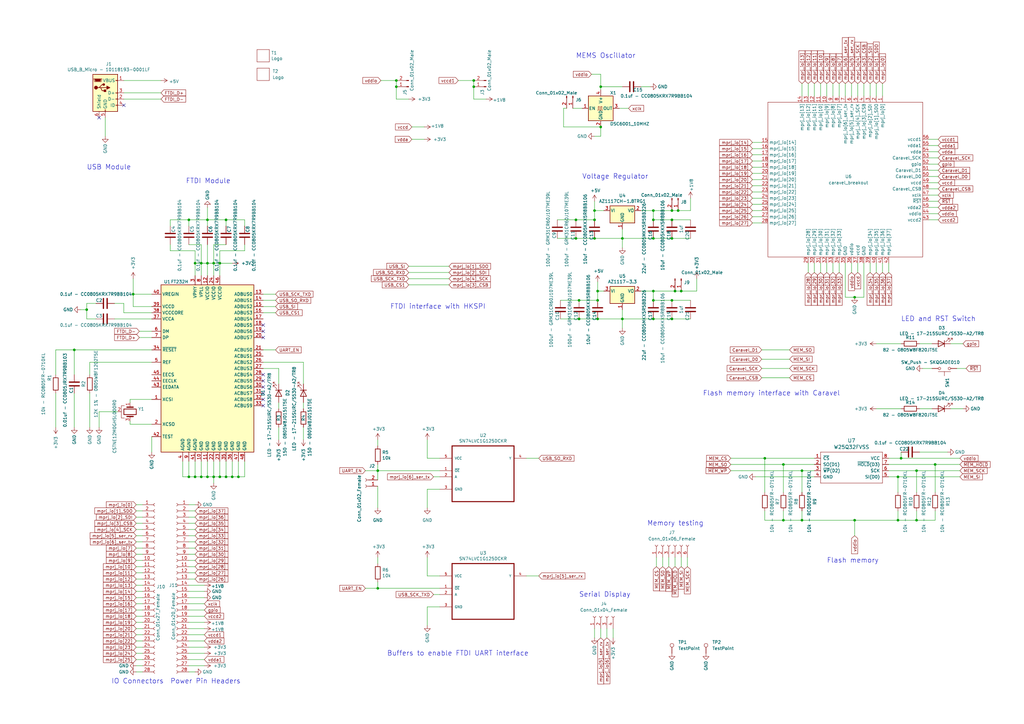
<source format=kicad_sch>
(kicad_sch (version 20211123) (generator eeschema)
  (paper "A3")
  (junction (at 375.92 213.36))
  (junction (at 246.38 35.56))
  (junction (at 245.11 123.19))
  (junction (at 267.97 130.81))
  (junction (at 97.79 195.58))
  (junction (at 246.38 52.07))
  (junction (at 237.49 123.19))
  (junction (at 276.86 119.38))
  (junction (at 85.09 90.17))
  (junction (at 245.11 119.38))
  (junction (at 85.09 195.58))
  (junction (at 368.3 195.58))
  (junction (at 243.84 86.36))
  (junction (at 236.22 97.79))
  (junction (at 30.48 143.51))
  (junction (at 275.59 86.36))
  (junction (at 368.3 213.36))
  (junction (at 328.93 213.36))
  (junction (at 375.92 193.04))
  (junction (at 85.09 107.95))
  (junction (at 267.97 97.79))
  (junction (at 267.97 90.17))
  (junction (at 313.69 187.96))
  (junction (at 154.94 241.3))
  (junction (at 92.71 195.58))
  (junction (at 77.47 195.58))
  (junction (at 243.84 97.79))
  (junction (at 245.11 130.81))
  (junction (at 77.47 90.17))
  (junction (at 275.59 130.81))
  (junction (at 278.13 86.36))
  (junction (at 87.63 195.58))
  (junction (at 383.54 190.5))
  (junction (at 87.63 107.95))
  (junction (at 54.61 120.65))
  (junction (at 275.59 123.19))
  (junction (at 350.52 213.36))
  (junction (at 267.97 119.38))
  (junction (at 255.27 97.79))
  (junction (at 35.56 127))
  (junction (at 267.97 123.19))
  (junction (at 279.4 119.38))
  (junction (at 237.49 130.81))
  (junction (at 162.56 33.02))
  (junction (at 350.52 121.92))
  (junction (at 90.17 195.58))
  (junction (at 243.84 90.17))
  (junction (at 236.22 90.17))
  (junction (at 82.55 195.58))
  (junction (at 194.31 33.02))
  (junction (at 328.93 193.04))
  (junction (at 275.59 90.17))
  (junction (at 275.59 97.79))
  (junction (at 194.31 35.56))
  (junction (at 90.17 107.95))
  (junction (at 267.97 86.36))
  (junction (at 80.01 107.95))
  (junction (at 154.94 193.04))
  (junction (at 369.57 187.96))
  (junction (at 321.31 190.5))
  (junction (at 95.25 195.58))
  (junction (at 80.01 195.58))
  (junction (at 321.31 213.36))
  (junction (at 92.71 90.17))
  (junction (at 162.56 35.56))
  (junction (at 82.55 107.95))
  (junction (at 255.27 130.81))
  (no_connect (at 107.95 138.43))
  (no_connect (at 107.95 133.35))
  (no_connect (at 107.95 135.89))
  (no_connect (at 40.64 48.26))
  (no_connect (at 50.8 43.18))
  (no_connect (at 107.95 163.83))
  (no_connect (at 107.95 158.75))
  (no_connect (at 107.95 156.21))
  (no_connect (at 107.95 161.29))
  (no_connect (at 107.95 166.37))
  (no_connect (at 107.95 153.67))
  (wire (pts (xy 194.31 35.56) (xy 194.31 40.64)))
  (wire (pts (xy 22.86 161.29) (xy 22.86 175.26)))
  (wire (pts (xy 35.56 127) (xy 35.56 124.46)))
  (wire (pts (xy 359.41 111.76) (xy 359.41 107.95)))
  (wire (pts (xy 55.88 209.55) (xy 58.42 209.55)))
  (wire (pts (xy 312.42 151.13) (xy 323.85 151.13)))
  (wire (pts (xy 53.34 172.72) (xy 53.34 173.99)))
  (wire (pts (xy 54.61 120.65) (xy 62.23 120.65)))
  (wire (pts (xy 389.89 167.64) (xy 394.97 167.64)))
  (wire (pts (xy 180.34 187.96) (xy 175.26 187.96)))
  (wire (pts (xy 364.49 190.5) (xy 383.54 190.5)))
  (wire (pts (xy 55.88 262.89) (xy 58.42 262.89)))
  (wire (pts (xy 321.31 190.5) (xy 321.31 201.93)))
  (wire (pts (xy 30.48 143.51) (xy 62.23 143.51)))
  (wire (pts (xy 74.93 195.58) (xy 77.47 195.58)))
  (wire (pts (xy 346.71 39.37) (xy 346.71 34.29)))
  (wire (pts (xy 381 80.01) (xy 384.81 80.01)))
  (wire (pts (xy 77.47 237.49) (xy 80.01 237.49)))
  (wire (pts (xy 80.01 195.58) (xy 82.55 195.58)))
  (wire (pts (xy 90.17 113.03) (xy 90.17 107.95)))
  (wire (pts (xy 194.31 40.64) (xy 199.39 40.64)))
  (wire (pts (xy 100.33 90.17) (xy 100.33 92.71)))
  (wire (pts (xy 154.94 182.88) (xy 154.94 180.34)))
  (wire (pts (xy 229.87 130.81) (xy 237.49 130.81)))
  (wire (pts (xy 361.95 39.37) (xy 361.95 34.29)))
  (wire (pts (xy 90.17 107.95) (xy 90.17 102.87)))
  (wire (pts (xy 361.95 111.76) (xy 361.95 107.95)))
  (wire (pts (xy 100.33 195.58) (xy 97.79 195.58)))
  (wire (pts (xy 321.31 209.55) (xy 321.31 213.36)))
  (wire (pts (xy 278.13 86.36) (xy 275.59 86.36)))
  (wire (pts (xy 381 57.15) (xy 384.81 57.15)))
  (wire (pts (xy 154.94 208.28) (xy 154.94 199.39)))
  (wire (pts (xy 77.47 232.41) (xy 80.01 232.41)))
  (wire (pts (xy 124.46 180.34) (xy 124.46 175.26)))
  (wire (pts (xy 83.82 242.57) (xy 77.47 242.57)))
  (wire (pts (xy 381 82.55) (xy 384.81 82.55)))
  (wire (pts (xy 255.27 101.6) (xy 255.27 97.79)))
  (wire (pts (xy 275.59 123.19) (xy 283.21 123.19)))
  (wire (pts (xy 308.61 83.82) (xy 312.42 83.82)))
  (wire (pts (xy 46.99 124.46) (xy 50.8 124.46)))
  (wire (pts (xy 50.8 33.02) (xy 66.04 33.02)))
  (wire (pts (xy 246.38 36.83) (xy 246.38 35.56)))
  (wire (pts (xy 58.42 267.97) (xy 55.88 267.97)))
  (wire (pts (xy 77.47 222.25) (xy 80.01 222.25)))
  (wire (pts (xy 124.46 148.59) (xy 107.95 148.59)))
  (wire (pts (xy 313.69 187.96) (xy 313.69 201.93)))
  (wire (pts (xy 359.41 39.37) (xy 359.41 34.29)))
  (wire (pts (xy 389.89 140.97) (xy 394.97 140.97)))
  (wire (pts (xy 262.89 119.38) (xy 267.97 119.38)))
  (wire (pts (xy 80.01 102.87) (xy 69.85 102.87)))
  (wire (pts (xy 92.71 90.17) (xy 92.71 92.71)))
  (wire (pts (xy 55.88 234.95) (xy 58.42 234.95)))
  (wire (pts (xy 381 62.23) (xy 384.81 62.23)))
  (wire (pts (xy 92.71 189.23) (xy 92.71 195.58)))
  (wire (pts (xy 271.78 228.6) (xy 271.78 232.41)))
  (wire (pts (xy 334.01 111.76) (xy 334.01 107.95)))
  (wire (pts (xy 83.82 250.19) (xy 77.47 250.19)))
  (wire (pts (xy 85.09 195.58) (xy 87.63 195.58)))
  (wire (pts (xy 339.09 111.76) (xy 339.09 107.95)))
  (wire (pts (xy 55.88 245.11) (xy 58.42 245.11)))
  (wire (pts (xy 95.25 195.58) (xy 92.71 195.58)))
  (wire (pts (xy 87.63 100.33) (xy 92.71 100.33)))
  (wire (pts (xy 77.47 227.33) (xy 80.01 227.33)))
  (wire (pts (xy 175.26 256.54) (xy 175.26 248.92)))
  (wire (pts (xy 82.55 100.33) (xy 77.47 100.33)))
  (wire (pts (xy 168.91 52.07) (xy 173.99 52.07)))
  (wire (pts (xy 40.64 168.91) (xy 48.26 168.91)))
  (wire (pts (xy 299.72 187.96) (xy 313.69 187.96)))
  (wire (pts (xy 246.38 35.56) (xy 246.38 30.48)))
  (wire (pts (xy 383.54 213.36) (xy 383.54 209.55)))
  (wire (pts (xy 234.95 44.45) (xy 238.76 44.45)))
  (wire (pts (xy 30.48 161.29) (xy 30.48 175.26)))
  (wire (pts (xy 55.88 212.09) (xy 58.42 212.09)))
  (wire (pts (xy 167.64 111.76) (xy 184.15 111.76)))
  (wire (pts (xy 90.17 102.87) (xy 100.33 102.87)))
  (wire (pts (xy 50.8 128.27) (xy 62.23 128.27)))
  (wire (pts (xy 77.47 260.35) (xy 83.82 260.35)))
  (wire (pts (xy 175.26 180.34) (xy 175.26 187.96)))
  (wire (pts (xy 175.26 200.66) (xy 180.34 200.66)))
  (wire (pts (xy 274.32 228.6) (xy 274.32 232.41)))
  (wire (pts (xy 55.88 232.41) (xy 58.42 232.41)))
  (wire (pts (xy 308.61 66.04) (xy 312.42 66.04)))
  (wire (pts (xy 194.31 33.02) (xy 194.31 35.56)))
  (wire (pts (xy 308.61 78.74) (xy 312.42 78.74)))
  (wire (pts (xy 77.47 262.89) (xy 83.82 262.89)))
  (wire (pts (xy 85.09 107.95) (xy 85.09 100.33)))
  (wire (pts (xy 83.82 273.05) (xy 77.47 273.05)))
  (wire (pts (xy 383.54 190.5) (xy 393.7 190.5)))
  (wire (pts (xy 267.97 123.19) (xy 275.59 123.19)))
  (wire (pts (xy 369.57 185.42) (xy 369.57 187.96)))
  (wire (pts (xy 243.84 86.36) (xy 243.84 82.55)))
  (wire (pts (xy 381 69.85) (xy 384.81 69.85)))
  (wire (pts (xy 341.63 39.37) (xy 341.63 34.29)))
  (wire (pts (xy 180.34 236.22) (xy 175.26 236.22)))
  (wire (pts (xy 83.82 240.03) (xy 77.47 240.03)))
  (wire (pts (xy 275.59 90.17) (xy 267.97 90.17)))
  (wire (pts (xy 356.87 111.76) (xy 356.87 107.95)))
  (wire (pts (xy 312.42 154.94) (xy 323.85 154.94)))
  (wire (pts (xy 100.33 102.87) (xy 100.33 100.33)))
  (wire (pts (xy 255.27 97.79) (xy 255.27 93.98)))
  (wire (pts (xy 55.88 252.73) (xy 58.42 252.73)))
  (wire (pts (xy 368.3 213.36) (xy 375.92 213.36)))
  (wire (pts (xy 246.38 30.48) (xy 242.57 30.48)))
  (wire (pts (xy 55.88 240.03) (xy 58.42 240.03)))
  (wire (pts (xy 77.47 257.81) (xy 83.82 257.81)))
  (wire (pts (xy 313.69 213.36) (xy 321.31 213.36)))
  (wire (pts (xy 180.34 241.3) (xy 154.94 241.3)))
  (wire (pts (xy 177.8 195.58) (xy 180.34 195.58)))
  (wire (pts (xy 237.49 130.81) (xy 245.11 130.81)))
  (wire (pts (xy 69.85 102.87) (xy 69.85 100.33)))
  (wire (pts (xy 243.84 97.79) (xy 255.27 97.79)))
  (wire (pts (xy 154.94 196.85) (xy 154.94 193.04)))
  (wire (pts (xy 83.82 247.65) (xy 77.47 247.65)))
  (wire (pts (xy 58.42 265.43) (xy 55.88 265.43)))
  (wire (pts (xy 344.17 111.76) (xy 344.17 107.95)))
  (wire (pts (xy 231.14 44.45) (xy 232.41 44.45)))
  (wire (pts (xy 154.94 193.04) (xy 149.86 193.04)))
  (wire (pts (xy 381 77.47) (xy 384.81 77.47)))
  (wire (pts (xy 82.55 189.23) (xy 82.55 195.58)))
  (wire (pts (xy 85.09 113.03) (xy 85.09 107.95)))
  (wire (pts (xy 308.61 58.42) (xy 312.42 58.42)))
  (wire (pts (xy 114.3 167.64) (xy 114.3 165.1)))
  (wire (pts (xy 375.92 193.04) (xy 393.7 193.04)))
  (wire (pts (xy 162.56 40.64) (xy 167.64 40.64)))
  (wire (pts (xy 313.69 213.36) (xy 313.69 209.55)))
  (wire (pts (xy 267.97 130.81) (xy 255.27 130.81)))
  (wire (pts (xy 383.54 190.5) (xy 383.54 201.93)))
  (wire (pts (xy 392.43 151.13) (xy 396.24 151.13)))
  (wire (pts (xy 62.23 185.42) (xy 62.23 179.07)))
  (wire (pts (xy 55.88 224.79) (xy 58.42 224.79)))
  (wire (pts (xy 381 67.31) (xy 384.81 67.31)))
  (wire (pts (xy 55.88 237.49) (xy 58.42 237.49)))
  (wire (pts (xy 349.25 111.76) (xy 349.25 107.95)))
  (wire (pts (xy 247.65 119.38) (xy 245.11 119.38)))
  (wire (pts (xy 83.82 252.73) (xy 77.47 252.73)))
  (wire (pts (xy 308.61 81.28) (xy 312.42 81.28)))
  (wire (pts (xy 381 90.17) (xy 384.81 90.17)))
  (wire (pts (xy 328.93 39.37) (xy 328.93 34.29)))
  (wire (pts (xy 276.86 228.6) (xy 276.86 232.41)))
  (wire (pts (xy 236.22 97.79) (xy 243.84 97.79)))
  (wire (pts (xy 177.8 243.84) (xy 180.34 243.84)))
  (wire (pts (xy 341.63 111.76) (xy 341.63 107.95)))
  (wire (pts (xy 245.11 130.81) (xy 255.27 130.81)))
  (wire (pts (xy 267.97 86.36) (xy 275.59 86.36)))
  (wire (pts (xy 187.96 33.02) (xy 194.31 33.02)))
  (wire (pts (xy 77.47 207.01) (xy 80.01 207.01)))
  (wire (pts (xy 97.79 195.58) (xy 95.25 195.58)))
  (wire (pts (xy 55.88 257.81) (xy 58.42 257.81)))
  (wire (pts (xy 255.27 127) (xy 255.27 130.81)))
  (wire (pts (xy 55.88 247.65) (xy 58.42 247.65)))
  (wire (pts (xy 215.9 236.22) (xy 220.98 236.22)))
  (wire (pts (xy 62.23 130.81) (xy 46.99 130.81)))
  (wire (pts (xy 124.46 148.59) (xy 124.46 157.48)))
  (wire (pts (xy 54.61 114.3) (xy 54.61 120.65)))
  (wire (pts (xy 87.63 113.03) (xy 87.63 107.95)))
  (wire (pts (xy 90.17 195.58) (xy 87.63 195.58)))
  (wire (pts (xy 124.46 167.64) (xy 124.46 165.1)))
  (wire (pts (xy 275.59 90.17) (xy 283.21 90.17)))
  (wire (pts (xy 269.24 228.6) (xy 269.24 232.41)))
  (wire (pts (xy 245.11 115.57) (xy 245.11 119.38)))
  (wire (pts (xy 77.47 90.17) (xy 85.09 90.17)))
  (wire (pts (xy 58.42 273.05) (xy 55.88 273.05)))
  (wire (pts (xy 83.82 245.11) (xy 77.47 245.11)))
  (wire (pts (xy 267.97 130.81) (xy 275.59 130.81)))
  (wire (pts (xy 312.42 143.51) (xy 323.85 143.51)))
  (wire (pts (xy 237.49 123.19) (xy 245.11 123.19)))
  (wire (pts (xy 351.79 39.37) (xy 351.79 34.29)))
  (wire (pts (xy 350.52 219.71) (xy 350.52 213.36)))
  (wire (pts (xy 215.9 187.96) (xy 220.98 187.96)))
  (wire (pts (xy 35.56 130.81) (xy 39.37 130.81)))
  (wire (pts (xy 331.47 111.76) (xy 331.47 107.95)))
  (wire (pts (xy 85.09 107.95) (xy 87.63 107.95)))
  (wire (pts (xy 77.47 224.79) (xy 80.01 224.79)))
  (wire (pts (xy 77.47 90.17) (xy 69.85 90.17)))
  (wire (pts (xy 92.71 90.17) (xy 100.33 90.17)))
  (wire (pts (xy 336.55 111.76) (xy 336.55 107.95)))
  (wire (pts (xy 77.47 270.51) (xy 83.82 270.51)))
  (wire (pts (xy 82.55 195.58) (xy 85.09 195.58)))
  (wire (pts (xy 381 64.77) (xy 384.81 64.77)))
  (wire (pts (xy 77.47 265.43) (xy 83.82 265.43)))
  (wire (pts (xy 308.61 91.44) (xy 312.42 91.44)))
  (wire (pts (xy 82.55 107.95) (xy 85.09 107.95)))
  (wire (pts (xy 368.3 195.58) (xy 393.7 195.58)))
  (wire (pts (xy 246.38 55.88) (xy 246.38 52.07)))
  (wire (pts (xy 55.88 242.57) (xy 58.42 242.57)))
  (wire (pts (xy 267.97 97.79) (xy 275.59 97.79)))
  (wire (pts (xy 77.47 255.27) (xy 83.82 255.27)))
  (wire (pts (xy 85.09 90.17) (xy 92.71 90.17)))
  (wire (pts (xy 36.83 153.67) (xy 36.83 148.59)))
  (wire (pts (xy 55.88 227.33) (xy 58.42 227.33)))
  (wire (pts (xy 267.97 123.19) (xy 267.97 119.38)))
  (wire (pts (xy 80.01 189.23) (xy 80.01 195.58)))
  (wire (pts (xy 279.4 119.38) (xy 285.75 119.38)))
  (wire (pts (xy 114.3 180.34) (xy 114.3 175.26)))
  (wire (pts (xy 167.64 109.22) (xy 184.15 109.22)))
  (wire (pts (xy 267.97 119.38) (xy 276.86 119.38)))
  (wire (pts (xy 381 72.39) (xy 384.81 72.39)))
  (wire (pts (xy 175.26 208.28) (xy 175.26 200.66)))
  (wire (pts (xy 58.42 270.51) (xy 55.88 270.51)))
  (wire (pts (xy 328.93 213.36) (xy 350.52 213.36)))
  (wire (pts (xy 328.93 193.04) (xy 328.93 201.93)))
  (wire (pts (xy 77.47 212.09) (xy 80.01 212.09)))
  (wire (pts (xy 285.75 114.3) (xy 285.75 119.38)))
  (wire (pts (xy 36.83 161.29) (xy 36.83 175.26)))
  (wire (pts (xy 381 85.09) (xy 384.81 85.09)))
  (wire (pts (xy 336.55 39.37) (xy 336.55 34.29)))
  (wire (pts (xy 58.42 275.59) (xy 55.88 275.59)))
  (wire (pts (xy 369.57 187.96) (xy 393.7 187.96)))
  (wire (pts (xy 231.14 44.45) (xy 231.14 52.07)))
  (wire (pts (xy 55.88 222.25) (xy 58.42 222.25)))
  (wire (pts (xy 87.63 107.95) (xy 90.17 107.95)))
  (wire (pts (xy 77.47 229.87) (xy 80.01 229.87)))
  (wire (pts (xy 30.48 153.67) (xy 30.48 143.51)))
  (wire (pts (xy 54.61 125.73) (xy 62.23 125.73)))
  (wire (pts (xy 381 74.93) (xy 384.81 74.93)))
  (wire (pts (xy 243.84 86.36) (xy 247.65 86.36)))
  (wire (pts (xy 308.61 71.12) (xy 312.42 71.12)))
  (wire (pts (xy 85.09 92.71) (xy 85.09 90.17)))
  (wire (pts (xy 162.56 33.02) (xy 162.56 35.56)))
  (wire (pts (xy 55.88 207.01) (xy 58.42 207.01)))
  (wire (pts (xy 262.89 86.36) (xy 267.97 86.36)))
  (wire (pts (xy 55.88 250.19) (xy 58.42 250.19)))
  (wire (pts (xy 90.17 107.95) (xy 95.25 107.95)))
  (wire (pts (xy 80.01 107.95) (xy 82.55 107.95)))
  (wire (pts (xy 154.94 241.3) (xy 149.86 241.3)))
  (wire (pts (xy 243.84 90.17) (xy 243.84 86.36)))
  (wire (pts (xy 308.61 68.58) (xy 312.42 68.58)))
  (wire (pts (xy 36.83 148.59) (xy 62.23 148.59)))
  (wire (pts (xy 346.71 107.95) (xy 346.71 121.92)))
  (wire (pts (xy 43.18 48.26) (xy 43.18 55.88)))
  (wire (pts (xy 313.69 187.96) (xy 334.01 187.96)))
  (wire (pts (xy 351.79 111.76) (xy 351.79 107.95)))
  (wire (pts (xy 154.94 190.5) (xy 154.94 193.04)))
  (wire (pts (xy 229.87 123.19) (xy 237.49 123.19)))
  (wire (pts (xy 334.01 39.37) (xy 334.01 34.29)))
  (wire (pts (xy 255.27 97.79) (xy 267.97 97.79)))
  (wire (pts (xy 243.84 257.81) (xy 243.84 261.62)))
  (wire (pts (xy 262.89 35.56) (xy 266.7 35.56)))
  (wire (pts (xy 368.3 195.58) (xy 368.3 201.93)))
  (wire (pts (xy 236.22 90.17) (xy 243.84 90.17)))
  (wire (pts (xy 243.84 55.88) (xy 246.38 55.88)))
  (wire (pts (xy 35.56 124.46) (xy 39.37 124.46)))
  (wire (pts (xy 77.47 275.59) (xy 80.01 275.59)))
  (wire (pts (xy 82.55 107.95) (xy 82.55 100.33)))
  (wire (pts (xy 228.6 97.79) (xy 236.22 97.79)))
  (wire (pts (xy 364.49 193.04) (xy 375.92 193.04)))
  (wire (pts (xy 82.55 113.03) (xy 82.55 107.95)))
  (wire (pts (xy 87.63 189.23) (xy 87.63 195.58)))
  (wire (pts (xy 378.46 151.13) (xy 382.27 151.13)))
  (wire (pts (xy 57.15 135.89) (xy 62.23 135.89)))
  (wire (pts (xy 107.95 143.51) (xy 113.03 143.51)))
  (wire (pts (xy 90.17 189.23) (xy 90.17 195.58)))
  (wire (pts (xy 339.09 39.37) (xy 339.09 34.29)))
  (wire (pts (xy 275.59 130.81) (xy 283.21 130.81)))
  (wire (pts (xy 175.26 248.92) (xy 180.34 248.92)))
  (wire (pts (xy 283.21 81.28) (xy 283.21 86.36)))
  (wire (pts (xy 248.92 257.81) (xy 248.92 261.62)))
  (wire (pts (xy 55.88 219.71) (xy 58.42 219.71)))
  (wire (pts (xy 33.02 127) (xy 35.56 127)))
  (wire (pts (xy 107.95 128.27) (xy 113.03 128.27)))
  (wire (pts (xy 364.49 111.76) (xy 364.49 107.95)))
  (wire (pts (xy 77.47 267.97) (xy 83.82 267.97)))
  (wire (pts (xy 346.71 121.92) (xy 350.52 121.92)))
  (wire (pts (xy 107.95 125.73) (xy 113.03 125.73)))
  (wire (pts (xy 55.88 217.17) (xy 58.42 217.17)))
  (wire (pts (xy 53.34 173.99) (xy 62.23 173.99)))
  (wire (pts (xy 77.47 214.63) (xy 80.01 214.63)))
  (wire (pts (xy 77.47 189.23) (xy 77.47 195.58)))
  (wire (pts (xy 350.52 213.36) (xy 368.3 213.36)))
  (wire (pts (xy 279.4 119.38) (xy 276.86 119.38)))
  (wire (pts (xy 251.46 257.81) (xy 251.46 261.62)))
  (wire (pts (xy 50.8 40.64) (xy 66.04 40.64)))
  (wire (pts (xy 354.33 121.92) (xy 354.33 107.95)))
  (wire (pts (xy 77.47 195.58) (xy 80.01 195.58)))
  (wire (pts (xy 156.21 33.02) (xy 162.56 33.02)))
  (wire (pts (xy 54.61 120.65) (xy 54.61 125.73)))
  (wire (pts (xy 246.38 257.81) (xy 246.38 261.62)))
  (wire (pts (xy 308.61 60.96) (xy 312.42 60.96)))
  (wire (pts (xy 53.34 165.1) (xy 53.34 163.83)))
  (wire (pts (xy 100.33 189.23) (xy 100.33 195.58)))
  (wire (pts (xy 22.86 153.67) (xy 22.86 143.51)))
  (wire (pts (xy 308.61 73.66) (xy 312.42 73.66)))
  (wire (pts (xy 281.94 228.6) (xy 281.94 232.41)))
  (wire (pts (xy 22.86 143.51) (xy 30.48 143.51)))
  (wire (pts (xy 50.8 124.46) (xy 50.8 128.27)))
  (wire (pts (xy 85.09 90.17) (xy 85.09 85.09)))
  (wire (pts (xy 279.4 228.6) (xy 279.4 232.41)))
  (wire (pts (xy 55.88 255.27) (xy 58.42 255.27)))
  (wire (pts (xy 321.31 190.5) (xy 334.01 190.5)))
  (wire (pts (xy 114.3 151.13) (xy 114.3 157.48)))
  (wire (pts (xy 359.41 167.64) (xy 369.57 167.64)))
  (wire (pts (xy 375.92 213.36) (xy 383.54 213.36)))
  (wire (pts (xy 175.26 228.6) (xy 175.26 236.22)))
  (wire (pts (xy 344.17 39.37) (xy 344.17 34.29)))
  (wire (pts (xy 246.38 35.56) (xy 255.27 35.56)))
  (wire (pts (xy 107.95 123.19) (xy 113.03 123.19)))
  (wire (pts (xy 309.88 195.58) (xy 334.01 195.58)))
  (wire (pts (xy 55.88 229.87) (xy 58.42 229.87)))
  (wire (pts (xy 228.6 90.17) (xy 236.22 90.17)))
  (wire (pts (xy 77.47 209.55) (xy 80.01 209.55)))
  (wire (pts (xy 92.71 195.58) (xy 90.17 195.58)))
  (wire (pts (xy 278.13 86.36) (xy 283.21 86.36)))
  (wire (pts (xy 231.14 52.07) (xy 246.38 52.07)))
  (wire (pts (xy 87.63 198.12) (xy 87.63 195.58)))
  (wire (pts (xy 35.56 127) (xy 35.56 130.81)))
  (wire (pts (xy 328.93 193.04) (xy 334.01 193.04)))
  (wire (pts (xy 349.25 39.37) (xy 349.25 34.29)))
  (wire (pts (xy 168.91 57.15) (xy 173.99 57.15)))
  (wire (pts (xy 308.61 63.5) (xy 312.42 63.5)))
  (wire (pts (xy 245.11 119.38) (xy 245.11 123.19)))
  (wire (pts (xy 356.87 39.37) (xy 356.87 34.29)))
  (wire (pts (xy 375.92 209.55) (xy 375.92 213.36)))
  (wire (pts (xy 255.27 130.81) (xy 255.27 134.62)))
  (wire (pts (xy 154.94 238.76) (xy 154.94 241.3)))
  (wire (pts (xy 377.19 185.42) (xy 388.62 185.42)))
  (wire (pts (xy 267.97 86.36) (xy 267.97 90.17)))
  (wire (pts (xy 308.61 86.36) (xy 312.42 86.36)))
  (wire (pts (xy 299.72 193.04) (xy 328.93 193.04)))
  (wire (pts (xy 87.63 107.95) (xy 87.63 100.33)))
  (wire (pts (xy 331.47 39.37) (xy 331.47 34.29)))
  (wire (pts (xy 275.59 97.79) (xy 283.21 97.79)))
  (wire (pts (xy 77.47 217.17) (xy 80.01 217.17)))
  (wire (pts (xy 154.94 231.14) (xy 154.94 228.6)))
  (wire (pts (xy 364.49 195.58) (xy 368.3 195.58)))
  (wire (pts (xy 74.93 189.23) (xy 74.93 195.58)))
  (wire (pts (xy 80.01 107.95) (xy 80.01 113.03)))
  (wire (pts (xy 180.34 193.04) (xy 154.94 193.04)))
  (wire (pts (xy 50.8 38.1) (xy 66.04 38.1)))
  (wire (pts (xy 377.19 140.97) (xy 382.27 140.97)))
  (wire (pts (xy 359.41 140.97) (xy 369.57 140.97)))
  (wire (pts (xy 85.09 189.23) (xy 85.09 195.58)))
  (wire (pts (xy 95.25 189.23) (xy 95.25 195.58)))
  (wire (pts (xy 350.52 121.92) (xy 354.33 121.92)))
  (wire (pts (xy 312.42 147.32) (xy 323.85 147.32)))
  (wire (pts (xy 53.34 163.83) (xy 62.23 163.83)))
  (wire (pts (xy 377.19 167.64) (xy 382.27 167.64)))
  (wire (pts (xy 77.47 219.71) (xy 80.01 219.71)))
  (wire (pts (xy 40.64 175.26) (xy 40.64 168.91)))
  (wire (pts (xy 184.15 114.3) (xy 167.64 114.3)))
  (wire (pts (xy 381 87.63) (xy 384.81 87.63)))
  (wire (pts (xy 308.61 88.9) (xy 312.42 88.9)))
  (wire (pts (xy 308.61 76.2) (xy 312.42 76.2)))
  (wire (pts (xy 354.33 39.37) (xy 354.33 34.29)))
  (wire (pts (xy 299.72 190.5) (xy 321.31 190.5)))
  (wire (pts (xy 375.92 193.04) (xy 375.92 201.93)))
  (wire (pts (xy 381 59.69) (xy 384.81 59.69)))
  (wire (pts (xy 69.85 90.17) (xy 69.85 92.71)))
  (wire (pts (xy 77.47 92.71) (xy 77.47 90.17)))
  (wire (pts (xy 77.47 234.95) (xy 80.01 234.95)))
  (wire (pts (xy 107.95 120.65) (xy 113.03 120.65)))
  (wire (pts (xy 167.64 116.84) (xy 184.15 116.84)))
  (wire (pts (xy 55.88 214.63) (xy 58.42 214.63)))
  (wire (pts (xy 57.15 138.43) (xy 62.23 138.43)))
  (wire (pts (xy 97.79 189.23) (xy 97.79 195.58)))
  (wire (pts (xy 162.56 35.56) (xy 162.56 40.64)))
  (wire (pts (xy 80.01 102.87) (xy 80.01 107.95)))
  (wire (pts (xy 321.31 213.36) (xy 328.93 213.36)))
  (wire (pts (xy 368.3 209.55) (xy 368.3 213.36)))
  (wire (pts (xy 364.49 187.96) (xy 369.57 187.96)))
  (wire (pts (xy 55.88 260.35) (xy 58.42 260.35)))
  (wire (pts (xy 328.93 209.55) (xy 328.93 213.36)))
  (wire (pts (xy 254 44.45) (xy 257.81 44.45)))
  (wire (pts (xy 114.3 151.13) (xy 107.95 151.13)))
  (text "Serial Display" (at 237.49 245.11 0) (effects (font (size 2 2)) (justify left bottom)))
  (text "LED and RST Switch\n" (at 369.57 132.08 0) (effects (font (size 2 2)) (justify left bottom)))
  (text "Flash memory interface with Caravel\n" (at 288.29 162.56 0) (effects (font (size 2 2)) (justify left bottom)))
  (text "Flash memory" (at 339.09 231.14 0) (effects (font (size 2 2)) (justify left bottom)))
  (text "Memory testing" (at 265.43 215.9 0) (effects (font (size 2 2)) (justify left bottom)))
  (text "FTDI interface with HKSPI\n" (at 160.02 127 0) (effects (font (size 2 2)) (justify left bottom)))
  (text "Power Pin Headers" (at 69.85 280.67 0) (effects (font (size 2 2)) (justify left bottom)))
  (text "Voltage Regulator\n" (at 238.76 73.66 0) (effects (font (size 2 2)) (justify left bottom)))
  (text "IO Connectors\n" (at 45.72 280.67 0) (effects (font (size 2 2)) (justify left bottom)))
  (text "FTDI Module\n\n" (at 76.2 78.74 0) (effects (font (size 2 2)) (justify left bottom)))
  (text "USB Module\n" (at 35.56 69.85 0) (effects (font (size 2 2)) (justify left bottom)))
  (text "MEMS Oscillator" (at 236.22 24.13 0) (effects (font (size 2 2)) (justify left bottom)))
  (text "Buffers to enable FTDI UART interface" (at 158.75 269.24 0) (effects (font (size 2 2)) (justify left bottom)))
  (global_label "mprj_io[18]" (shape input) (at 308.61 68.58 180) (property "Intersheet References" "${INTERSHEET_REFS}" (effects hide)))
  (global_label "mprj_io[5]_ser_rx" (shape input) (at 246.38 261.62 270) (property "Intersheet References" "${INTERSHEET_REFS}" (effects hide)))
  (global_label "Caravel_D0" (shape input) (at 384.81 72.39 0) (property "Intersheet References" "${INTERSHEET_REFS}" (effects hide)))
  (global_label "mprj_io[9]" (shape input) (at 339.09 34.29 90) (property "Intersheet References" "${INTERSHEET_REFS}" (effects hide)))
  (global_label "mprj_io[36]" (shape input) (at 361.95 111.76 270) (property "Intersheet References" "${INTERSHEET_REFS}" (effects hide)))
  (global_label "mprj_io[9]" (shape input) (at 55.88 229.87 180) (property "Intersheet References" "${INTERSHEET_REFS}" (effects hide)))
  (global_label "xclk" (shape input) (at 83.82 247.65 0) (property "Intersheet References" "${INTERSHEET_REFS}" (effects hide)))
  (global_label "MEM_SCK" (shape input) (at 323.85 151.13 0) (property "Intersheet References" "${INTERSHEET_REFS}" (effects hide)))
  (global_label "mprj_io[3]_CSB" (shape input) (at 184.15 116.84 0) (property "Intersheet References" "${INTERSHEET_REFS}" (effects hide)))
  (global_label "MEM_SI" (shape input) (at 279.4 232.41 270) (property "Intersheet References" "${INTERSHEET_REFS}" (effects hide)))
  (global_label "mprj_io[2]_SDI" (shape input) (at 55.88 212.09 180) (property "Intersheet References" "${INTERSHEET_REFS}" (effects hide)))
  (global_label "~{MEM_WP}" (shape input) (at 274.32 232.41 270) (property "Intersheet References" "${INTERSHEET_REFS}" (effects hide)))
  (global_label "USB_CS1" (shape input) (at 167.64 116.84 180) (property "Intersheet References" "${INTERSHEET_REFS}" (effects hide)))
  (global_label "UART_EN" (shape input) (at 149.86 193.04 180) (property "Intersheet References" "${INTERSHEET_REFS}" (effects hide)))
  (global_label "mprj_io[33]" (shape input) (at 80.01 219.71 0) (property "Intersheet References" "${INTERSHEET_REFS}" (effects hide)))
  (global_label "mprj_io[22]" (shape input) (at 308.61 78.74 180) (property "Intersheet References" "${INTERSHEET_REFS}" (effects hide)))
  (global_label "mprj_io[35]" (shape input) (at 359.41 111.76 270) (property "Intersheet References" "${INTERSHEET_REFS}" (effects hide)))
  (global_label "MEM_SCK" (shape input) (at 393.7 193.04 0) (property "Intersheet References" "${INTERSHEET_REFS}" (effects hide)))
  (global_label "mprj_io[29]" (shape input) (at 80.01 229.87 0) (property "Intersheet References" "${INTERSHEET_REFS}" (effects hide)))
  (global_label "vdda1" (shape input) (at 83.82 270.51 0) (property "Intersheet References" "${INTERSHEET_REFS}" (effects hide)))
  (global_label "gpio" (shape input) (at 83.82 250.19 0) (property "Intersheet References" "${INTERSHEET_REFS}" (effects hide)))
  (global_label "vddio" (shape input) (at 349.25 111.76 270) (property "Intersheet References" "${INTERSHEET_REFS}" (effects hide)))
  (global_label "~{RST}" (shape input) (at 396.24 151.13 0) (property "Intersheet References" "${INTERSHEET_REFS}" (effects hide)))
  (global_label "mprj_io[0]" (shape input) (at 55.88 207.01 180) (property "Intersheet References" "${INTERSHEET_REFS}" (effects hide)))
  (global_label "vccd2" (shape input) (at 384.81 90.17 0) (property "Intersheet References" "${INTERSHEET_REFS}" (effects hide)))
  (global_label "vccd1" (shape input) (at 187.96 33.02 180) (property "Intersheet References" "${INTERSHEET_REFS}" (effects hide)))
  (global_label "mprj_io[16]" (shape input) (at 55.88 247.65 180) (property "Intersheet References" "${INTERSHEET_REFS}" (effects hide)))
  (global_label "mprj_io[10]" (shape input) (at 55.88 232.41 180) (property "Intersheet References" "${INTERSHEET_REFS}" (effects hide)))
  (global_label "USB_SI" (shape input) (at 113.03 125.73 0) (property "Intersheet References" "${INTERSHEET_REFS}" (effects hide)))
  (global_label "mprj_io[32]" (shape input) (at 80.01 222.25 0) (property "Intersheet References" "${INTERSHEET_REFS}" (effects hide)))
  (global_label "mprj_io[37]" (shape input) (at 80.01 209.55 0) (property "Intersheet References" "${INTERSHEET_REFS}" (effects hide)))
  (global_label "mprj_io[19]" (shape input) (at 308.61 71.12 180) (property "Intersheet References" "${INTERSHEET_REFS}" (effects hide)))
  (global_label "MEM_SO" (shape input) (at 299.72 190.5 180) (property "Intersheet References" "${INTERSHEET_REFS}" (effects hide)))
  (global_label "FTDI_D+" (shape input) (at 66.04 38.1 0) (property "Intersheet References" "${INTERSHEET_REFS}" (effects hide)))
  (global_label "mprj_io[17]" (shape input) (at 308.61 66.04 180) (property "Intersheet References" "${INTERSHEET_REFS}" (effects hide)))
  (global_label "mprj_io[8]" (shape input) (at 55.88 227.33 180) (property "Intersheet References" "${INTERSHEET_REFS}" (effects hide)))
  (global_label "mprj_io[11]" (shape input) (at 334.01 34.29 90) (property "Intersheet References" "${INTERSHEET_REFS}" (effects hide)))
  (global_label "mprj_io[2]_SDI" (shape input) (at 356.87 34.29 90) (property "Intersheet References" "${INTERSHEET_REFS}" (effects hide)))
  (global_label "mprj_io[6]_ser_tx" (shape input) (at 346.71 34.29 90) (property "Intersheet References" "${INTERSHEET_REFS}" (effects hide)))
  (global_label "mprj_io[4]_SCK" (shape input) (at 184.15 114.3 0) (property "Intersheet References" "${INTERSHEET_REFS}" (effects hide)))
  (global_label "mprj_io[33]" (shape input) (at 344.17 111.76 270) (property "Intersheet References" "${INTERSHEET_REFS}" (effects hide)))
  (global_label "mprj_io[10]" (shape input) (at 336.55 34.29 90) (property "Intersheet References" "${INTERSHEET_REFS}" (effects hide)))
  (global_label "USB_SO_RXD" (shape input) (at 113.03 123.19 0) (property "Intersheet References" "${INTERSHEET_REFS}" (effects hide)))
  (global_label "vddio" (shape input) (at 393.7 187.96 0) (property "Intersheet References" "${INTERSHEET_REFS}" (effects hide)))
  (global_label "mprj_io[13]" (shape input) (at 55.88 240.03 180) (property "Intersheet References" "${INTERSHEET_REFS}" (effects hide)))
  (global_label "mprj_io[7]" (shape input) (at 344.17 34.29 90) (property "Intersheet References" "${INTERSHEET_REFS}" (effects hide)))
  (global_label "UART_EN" (shape input) (at 149.86 241.3 180) (property "Intersheet References" "${INTERSHEET_REFS}" (effects hide)))
  (global_label "mprj_io[31]" (shape input) (at 80.01 224.79 0) (property "Intersheet References" "${INTERSHEET_REFS}" (effects hide)))
  (global_label "gpio" (shape input) (at 394.97 140.97 0) (property "Intersheet References" "${INTERSHEET_REFS}" (effects hide)))
  (global_label "mprj_io[23]" (shape input) (at 308.61 81.28 180) (property "Intersheet References" "${INTERSHEET_REFS}" (effects hide)))
  (global_label "mprj_io[11]" (shape input) (at 55.88 234.95 180) (property "Intersheet References" "${INTERSHEET_REFS}" (effects hide)))
  (global_label "vccd" (shape input) (at 351.79 111.76 270) (property "Intersheet References" "${INTERSHEET_REFS}" (effects hide)))
  (global_label "vccd" (shape input) (at 168.91 52.07 180) (property "Intersheet References" "${INTERSHEET_REFS}" (effects hide)))
  (global_label "USB_SCK_TXD" (shape input) (at 167.64 114.3 180) (property "Intersheet References" "${INTERSHEET_REFS}" (effects hide)))
  (global_label "mprj_io[20]" (shape input) (at 55.88 257.81 180) (property "Intersheet References" "${INTERSHEET_REFS}" (effects hide)))
  (global_label "Caravel_SCK" (shape input) (at 384.81 64.77 0) (property "Intersheet References" "${INTERSHEET_REFS}" (effects hide)))
  (global_label "UART_EN" (shape input) (at 113.03 143.51 0) (property "Intersheet References" "${INTERSHEET_REFS}" (effects hide)))
  (global_label "vddio" (shape input) (at 156.21 33.02 180) (property "Intersheet References" "${INTERSHEET_REFS}" (effects hide)))
  (global_label "vccd2" (shape input) (at 83.82 252.73 0) (property "Intersheet References" "${INTERSHEET_REFS}" (effects hide)))
  (global_label "mprj_io[12]" (shape input) (at 331.47 34.29 90) (property "Intersheet References" "${INTERSHEET_REFS}" (effects hide)))
  (global_label "mprj_io[0]" (shape input) (at 361.95 34.29 90) (property "Intersheet References" "${INTERSHEET_REFS}" (effects hide)))
  (global_label "mprj_io[5]_ser_rx" (shape input) (at 220.98 236.22 0) (property "Intersheet References" "${INTERSHEET_REFS}" (effects hide)))
  (global_label "mprj_io[31]" (shape input) (at 339.09 111.76 270) (property "Intersheet References" "${INTERSHEET_REFS}" (effects hide)))
  (global_label "mprj_io[37]" (shape input) (at 364.49 111.76 270) (property "Intersheet References" "${INTERSHEET_REFS}" (effects hide)))
  (global_label "mprj_io[21]" (shape input) (at 55.88 260.35 180) (property "Intersheet References" "${INTERSHEET_REFS}" (effects hide)))
  (global_label "vdda1" (shape input) (at 384.81 59.69 0) (property "Intersheet References" "${INTERSHEET_REFS}" (effects hide)))
  (global_label "mprj_io[36]" (shape input) (at 80.01 212.09 0) (property "Intersheet References" "${INTERSHEET_REFS}" (effects hide)))
  (global_label "FTDI_D-" (shape input) (at 66.04 40.64 0) (property "Intersheet References" "${INTERSHEET_REFS}" (effects hide)))
  (global_label "mprj_io[6]_ser_tx" (shape input) (at 248.92 261.62 270) (property "Intersheet References" "${INTERSHEET_REFS}" (effects hide)))
  (global_label "mprj_io[4]_SCK" (shape input) (at 55.88 217.17 180) (property "Intersheet References" "${INTERSHEET_REFS}" (effects hide)))
  (global_label "mprj_io[26]" (shape input) (at 80.01 237.49 0) (property "Intersheet References" "${INTERSHEET_REFS}" (effects hide)))
  (global_label "mprj_io[34]" (shape input) (at 356.87 111.76 270) (property "Intersheet References" "${INTERSHEET_REFS}" (effects hide)))
  (global_label "mprj_io[4]_SCK" (shape input) (at 351.79 34.29 90) (property "Intersheet References" "${INTERSHEET_REFS}" (effects hide)))
  (global_label "mprj_io[12]" (shape input) (at 55.88 237.49 180) (property "Intersheet References" "${INTERSHEET_REFS}" (effects hide)))
  (global_label "vddio" (shape input) (at 242.57 30.48 180) (property "Intersheet References" "${INTERSHEET_REFS}" (effects hide)))
  (global_label "~{MEM_HOLD}" (shape input) (at 276.86 232.41 270) (property "Intersheet References" "${INTERSHEET_REFS}" (effects hide)))
  (global_label "vccd1" (shape input) (at 83.82 260.35 0) (property "Intersheet References" "${INTERSHEET_REFS}" (effects hide)))
  (global_label "Caravel_CSB" (shape input) (at 384.81 77.47 0) (property "Intersheet References" "${INTERSHEET_REFS}" (effects hide)))
  (global_label "vccd" (shape input) (at 384.81 74.93 0) (property "Intersheet References" "${INTERSHEET_REFS}" (effects hide)))
  (global_label "mprj_io[5]_ser_rx" (shape input) (at 55.88 219.71 180) (property "Intersheet References" "${INTERSHEET_REFS}" (effects hide)))
  (global_label "vdda" (shape input) (at 384.81 62.23 0) (property "Intersheet References" "${INTERSHEET_REFS}" (effects hide)))
  (global_label "vccd1" (shape input) (at 384.81 57.15 0) (property "Intersheet References" "${INTERSHEET_REFS}" (effects hide)))
  (global_label "vdda2" (shape input) (at 83.82 262.89 0) (property "Intersheet References" "${INTERSHEET_REFS}" (effects hide)))
  (global_label "FTDI_D-" (shape input) (at 57.15 135.89 180) (property "Intersheet References" "${INTERSHEET_REFS}" (effects hide)))
  (global_label "mprj_io[29]" (shape input) (at 334.01 111.76 270) (property "Intersheet References" "${INTERSHEET_REFS}" (effects hide)))
  (global_label "mprj_io[30]" (shape input) (at 336.55 111.76 270) (property "Intersheet References" "${INTERSHEET_REFS}" (effects hide)))
  (global_label "mprj_io[28]" (shape input) (at 80.01 232.41 0) (property "Intersheet References" "${INTERSHEET_REFS}" (effects hide)))
  (global_label "mprj_io[24]" (shape input) (at 55.88 267.97 180) (property "Intersheet References" "${INTERSHEET_REFS}" (effects hide)))
  (global_label "mprj_io[27]" (shape input) (at 80.01 234.95 0) (property "Intersheet References" "${INTERSHEET_REFS}" (effects hide)))
  (global_label "mprj_io[23]" (shape input) (at 55.88 265.43 180) (property "Intersheet References" "${INTERSHEET_REFS}" (effects hide)))
  (global_label "~{MEM_HOLD}" (shape input) (at 393.7 190.5 0) (property "Intersheet References" "${INTERSHEET_REFS}" (effects hide)))
  (global_label "MEM_SO" (shape input) (at 271.78 232.41 270) (property "Intersheet References" "${INTERSHEET_REFS}" (effects hide)))
  (global_label "vdda2" (shape input) (at 384.81 85.09 0) (property "Intersheet References" "${INTERSHEET_REFS}" (effects hide)))
  (global_label "~{RST}" (shape input) (at 384.81 82.55 0) (property "Intersheet References" "${INTERSHEET_REFS}" (effects hide)))
  (global_label "mprj_io[3]_CSB" (shape input) (at 55.88 214.63 180) (property "Intersheet References" "${INTERSHEET_REFS}" (effects hide)))
  (global_label "~{MEM_WP}" (shape input) (at 299.72 193.04 180) (property "Intersheet References" "${INTERSHEET_REFS}" (effects hide)))
  (global_label "mprj_io[24]" (shape input) (at 308.61 83.82 180) (property "Intersheet References" "${INTERSHEET_REFS}" (effects hide)))
  (global_label "mprj_io[15]" (shape input) (at 308.61 60.96 180) (property "Intersheet References" "${INTERSHEET_REFS}" (effects hide)))
  (global_label "USB_SI" (shape input) (at 167.64 109.22 180) (property "Intersheet References" "${INTERSHEET_REFS}" (effects hide)))
  (global_label "mprj_io[5]_ser_rx" (shape input) (at 349.25 34.29 90) (property "Intersheet References" "${INTERSHEET_REFS}" (effects hide)))
  (global_label "mprj_io[1]_SDO" (shape input) (at 55.88 209.55 180) (property "Intersheet References" "${INTERSHEET_REFS}" (effects hide)))
  (global_label "USB_SCK_TXD" (shape input) (at 113.03 120.65 0) (property "Intersheet References" "${INTERSHEET_REFS}" (effects hide)))
  (global_label "USB_SO_RXD" (shape input) (at 167.64 111.76 180) (property "Intersheet References" "${INTERSHEET_REFS}" (effects hide)))
  (global_label "USB_SO_RXD" (shape input) (at 220.98 187.96 0) (property "Intersheet References" "${INTERSHEET_REFS}" (effects hide)))
  (global_label "Caravel_SCK" (shape input) (at 312.42 151.13 180) (property "Intersheet References" "${INTERSHEET_REFS}" (effects hide)))
  (global_label "mprj_io[25]" (shape input) (at 308.61 86.36 180) (property "Intersheet References" "${INTERSHEET_REFS}" (effects hide)))
  (global_label "Caravel_D1" (shape input) (at 384.81 69.85 0) (property "Intersheet References" "${INTERSHEET_REFS}" (effects hide)))
  (global_label "Caravel_D1" (shape input) (at 312.42 143.51 180) (property "Intersheet References" "${INTERSHEET_REFS}" (effects hide)))
  (global_label "USB_SCK_TXD" (shape input) (at 177.8 243.84 180) (property "Intersheet References" "${INTERSHEET_REFS}" (effects hide)))
  (global_label "USB_CS1" (shape input) (at 113.03 128.27 0) (property "Intersheet References" "${INTERSHEET_REFS}" (effects hide)))
  (global_label "MEM_SCK" (shape input) (at 281.94 232.41 270) (property "Intersheet References" "${INTERSHEET_REFS}" (effects hide)))
  (global_label "vdda" (shape input) (at 168.91 57.15 180) (property "Intersheet References" "${INTERSHEET_REFS}" (effects hide)))
  (global_label "FTDI_D+" (shape input) (at 57.15 138.43 180) (property "Intersheet References" "${INTERSHEET_REFS}" (effects hide)))
  (global_label "mprj_io[19]" (shape input) (at 55.88 255.27 180) (property "Intersheet References" "${INTERSHEET_REFS}" (effects hide)))
  (global_label "MEM_CS" (shape input) (at 299.72 187.96 180) (property "Intersheet References" "${INTERSHEET_REFS}" (effects hide)))
  (global_label "mprj_io[14]" (shape input) (at 55.88 242.57 180) (property "Intersheet References" "${INTERSHEET_REFS}" (effects hide)))
  (global_label "mprj_io[8]" (shape input) (at 341.63 34.29 90) (property "Intersheet References" "${INTERSHEET_REFS}" (effects hide)))
  (global_label "vddio" (shape input) (at 384.81 87.63 0) (property "Intersheet References" "${INTERSHEET_REFS}" (effects hide)))
  (global_label "xclk" (shape input) (at 257.81 44.45 0) (property "Intersheet References" "${INTERSHEET_REFS}" (effects hide)))
  (global_label "mprj_io[3]_CSB" (shape input) (at 354.33 34.29 90) (property "Intersheet References" "${INTERSHEET_REFS}" (effects hide)))
  (global_label "mprj_io[2]_SDI" (shape input) (at 184.15 111.76 0) (property "Intersheet References" "${INTERSHEET_REFS}" (effects hide)))
  (global_label "mprj_io[6]_ser_tx" (shape input) (at 177.8 195.58 180) (property "Intersheet References" "${INTERSHEET_REFS}" (effects hide)))
  (global_label "mprj_io[27]" (shape input) (at 308.61 91.44 180) (property "Intersheet References" "${INTERSHEET_REFS}" (effects hide)))
  (global_label "mprj_io[6]_ser_tx" (shape input) (at 55.88 222.25 180) (property "Intersheet References" "${INTERSHEET_REFS}" (effects hide)))
  (global_label "mprj_io[21]" (shape input) (at 308.61 76.2 180) (property "Intersheet References" "${INTERSHEET_REFS}" (effects hide)))
  (global_label "mprj_io[34]" (shape input) (at 80.01 217.17 0) (property "Intersheet References" "${INTERSHEET_REFS}" (effects hide)))
  (global_label "mprj_io[13]" (shape input) (at 328.93 34.29 90) (property "Intersheet References" "${INTERSHEET_REFS}" (effects hide)))
  (global_label "vddio" (shape input) (at 350.52 219.71 270) (property "Intersheet References" "${INTERSHEET_REFS}" (effects hide)))
  (global_label "mprj_io[18]" (shape input) (at 55.88 252.73 180) (property "Intersheet References" "${INTERSHEET_REFS}" (effects hide)))
  (global_label "xclk" (shape input) (at 384.81 80.01 0) (property "Intersheet References" "${INTERSHEET_REFS}" (effects hide)))
  (global_label "Caravel_D0" (shape input) (at 312.42 147.32 180) (property "Intersheet References" "${INTERSHEET_REFS}" (effects hide)))
  (global_label "MEM_SI" (shape input) (at 323.85 147.32 0) (property "Intersheet References" "${INTERSHEET_REFS}" (effects hide)))
  (global_label "mprj_io[35]" (shape input) (at 80.01 214.63 0) (property "Intersheet References" "${INTERSHEET_REFS}" (effects hide)))
  (global_label "mprj_io[17]" (shape input) (at 55.88 250.19 180) (property "Intersheet References" "${INTERSHEET_REFS}" (effects hide)))
  (global_label "MEM_CS" (shape input) (at 269.24 232.41 270) (property "Intersheet References" "${INTERSHEET_REFS}" (effects hide)))
  (global_label "MEM_CS" (shape input) (at 323.85 154.94 0) (property "Intersheet References" "${INTERSHEET_REFS}" (effects hide)))
  (global_label "mprj_io[15]" (shape input) (at 55.88 245.11 180) (property "Intersheet References" "${INTERSHEET_REFS}" (effects hide)))
  (global_label "mprj_io[30]" (shape input) (at 80.01 227.33 0) (property "Intersheet References" "${INTERSHEET_REFS}" (effects hide)))
  (global_label "MEM_SI" (shape input) (at 393.7 195.58 0) (property "Intersheet References" "${INTERSHEET_REFS}" (effects hide)))
  (global_label "mprj_io[26]" (shape input) (at 308.61 88.9 180) (property "Intersheet References" "${INTERSHEET_REFS}" (effects hide)))
  (global_label "mprj_io[1]_SDO" (shape input) (at 184.15 109.22 0) (property "Intersheet References" "${INTERSHEET_REFS}" (effects hide)))
  (global_label "mprj_io[32]" (shape input) (at 341.63 111.76 270) (property "Intersheet References" "${INTERSHEET_REFS}" (effects hide)))
  (global_label "mprj_io[1]_SDO" (shape input) (at 359.41 34.29 90) (property "Intersheet References" "${INTERSHEET_REFS}" (effects hide)))
  (global_label "mprj_io[7]" (shape input) (at 55.88 224.79 180) (property "Intersheet References" "${INTERSHEET_REFS}" (effects hide)))
  (global_label "mprj_io[22]" (shape input) (at 55.88 262.89 180) (property "Intersheet References" "${INTERSHEET_REFS}" (effects hide)))
  (global_label "MEM_SO" (shape input) (at 323.85 143.51 0) (property "Intersheet References" "${INTERSHEET_REFS}" (effects hide)))
  (global_label "mprj_io[20]" (shape input) (at 308.61 73.66 180) (property "Intersheet References" "${INTERSHEET_REFS}" (effects hide)))
  (global_label "gpio" (shape input) (at 384.81 67.31 0) (property "Intersheet References" "${INTERSHEET_REFS}" (effects hide)))
  (global_label "mprj_io[28]" (shape input) (at 331.47 111.76 270) (property "Intersheet References" "${INTERSHEET_REFS}" (effects hide)))
  (global_label "mprj_io[25]" (shape input) (at 55.88 270.51 180) (property "Intersheet References" "${INTERSHEET_REFS}" (effects hide)))
  (global_label "mprj_io[16]" (shape input) (at 308.61 63.5 180) (property "Intersheet References" "${INTERSHEET_REFS}" (effects hide)))
  (global_label "Caravel_CSB" (shape input) (at 312.42 154.94 180) (property "Intersheet References" "${INTERSHEET_REFS}" (effects hide)))
  (global_label "mprj_io[14]" (shape input) (at 308.61 58.42 180) (property "Intersheet References" "${INTERSHEET_REFS}" (effects hide)))
  (symbol (lib_id "Device:C") (at 43.18 130.81 90) (unit 1)
    (property "Reference" "C3" (at 40.64 129.54 90))
    (property "Value" "0.1uf - CC0805KRX7R9BB104" (at 39.37 133.35 90))
    (property "Footprint" "Capacitor_SMD:C_0805_2012Metric" (effects hide))
  )
  (symbol (lib_id "Oscillator:XO91") (at 246.38 44.45 0) (unit 1)
    (property "Reference" "X1" (at 250.19 38.1 0) (effects (justify left)))
    (property "Value" "DSC6001_10MHZ" (at 250.19 50.8 0) (effects (justify left)))
    (property "Footprint" "strive_foot_prints:DSC6001JE1A-010.0000" (effects hide))
    (property "Datasheet" "http://cdn-reichelt.de/documents/datenblatt/B400/XO91.pdf" (effects hide))
  )
  (symbol (lib_id "power:GND") (at 154.94 208.28 0) (unit 1)
    (property "Reference" "#PWR016" (effects hide))
    (property "Value" "GND" (at 154.94 213.36 0))
  )
  (symbol (lib_id "Device:LED") (at 386.08 140.97 180) (unit 1)
    (property "Reference" "D3" (at 386.2578 134.493 0))
    (property "Value" "LED - 17-215SURC/S530-A2/TR8" (at 386.2578 136.8044 0))
    (property "Footprint" "LED_SMD:LED_1206_3216Metric" (effects hide))
  )
  (symbol (lib_id "Device:C") (at 30.48 157.48 180) (unit 1)
    (property "Reference" "C1" (at 29.21 160.02 90))
    (property "Value" "0.01uf - CC0805JRX7R9BB103" (at 26.67 160.02 90))
    (property "Footprint" "Capacitor_SMD:C_0805_2012Metric" (effects hide))
  )
  (symbol (lib_id "power:+3.3V") (at 251.46 261.62 180) (unit 1)
    (property "Reference" "#PWR050" (effects hide))
    (property "Value" "+3.3V" (at 251.46 267.97 90))
  )
  (symbol (lib_id "Device:C") (at 43.18 124.46 90) (unit 1)
    (property "Reference" "C2" (at 40.64 123.19 90))
    (property "Value" "0.1uf - CC0805KRX7R9BB104" (at 39.37 120.65 90))
    (property "Footprint" "Capacitor_SMD:C_0805_2012Metric" (effects hide))
  )
  (symbol (lib_id "power:+3.3V") (at 124.46 180.34 180) (unit 1)
    (property "Reference" "#PWR014" (effects hide))
    (property "Value" "+3.3V" (at 124.46 186.69 90))
  )
  (symbol (lib_id "Device:C") (at 228.6 93.98 180) (unit 1)
    (property "Reference" "C9" (at 227.33 96.52 90))
    (property "Value" "100uf - GRM31CR60J107ME39L" (at 224.79 93.98 90))
    (property "Footprint" "Capacitor_SMD:C_1206_3216Metric" (effects hide))
  )
  (symbol (lib_id "power:+3.3V") (at 154.94 180.34 0) (unit 1)
    (property "Reference" "#PWR015" (effects hide))
    (property "Value" "+3.3V" (at 155.321 175.9458 0))
  )
  (symbol (lib_id "Device:LED") (at 114.3 161.29 270) (unit 1)
    (property "Reference" "D1" (at 107.823 161.1122 0))
    (property "Value" "LED - 17-215SURC/S530-A2/TR8" (at 110.49 170.18 0))
    (property "Footprint" "LED_SMD:LED_1206_3216Metric" (effects hide))
  )
  (symbol (lib_id "Regulator_Linear:AZ1117-3.3") (at 255.27 119.38 0) (unit 1)
    (property "Reference" "U5" (at 255.27 113.2332 0))
    (property "Value" "AZ1117-3.3" (at 255.27 115.5446 0))
    (property "Footprint" "Package_TO_SOT_SMD:SOT-223" (effects hide))
    (property "Datasheet" "https://www.diodes.com/assets/Datasheets/AZ1117.pdf" (effects hide))
  )
  (symbol (lib_id "Caravel_pcb_old:SN74LVC1G125DCKR-SN74LVC1G125DCKR") (at 198.12 238.76 0) (unit 1)
    (property "Reference" "U3" (at 198.12 226.822 0))
    (property "Value" "SN74LVC1G125DCKR" (at 198.12 229.1334 0))
    (property "Footprint" "SOT65P210X110-5N" (effects hide))
    (property "Datasheet" "SC-70-5" (effects hide))
    (property "Field4" "76C4082" (effects hide))
    (property "Field5" "Texas Instruments" (effects hide))
    (property "Field6" "SN74LVC1G125DCKR" (effects hide))
    (property "Field7" "1470771" (effects hide))
  )
  (symbol (lib_id "Device:C") (at 100.33 96.52 0) (unit 1)
    (property "Reference" "C8" (at 101.6 93.98 90))
    (property "Value" "0.1uf - CC0805KRX7R9BB104" (at 104.14 96.52 90))
    (property "Footprint" "Capacitor_SMD:C_0805_2012Metric" (effects hide))
  )
  (symbol (lib_id "Caravel_pcb_old:SN74LVC1G125DCKR-SN74LVC1G125DCKR") (at 198.12 190.5 0) (unit 1)
    (property "Reference" "U2" (at 198.12 178.562 0))
    (property "Value" "SN74LVC1G125DCKR" (at 198.12 180.8734 0))
    (property "Footprint" "SOT65P210X110-5N" (effects hide))
    (property "Datasheet" "SC-70-5" (effects hide))
    (property "Field4" "76C4082" (effects hide))
    (property "Field5" "Texas Instruments" (effects hide))
    (property "Field6" "SN74LVC1G125DCKR" (effects hide))
    (property "Field7" "1470771" (effects hide))
  )
  (symbol (lib_id "power:GND") (at 243.84 261.62 0) (unit 1)
    (property "Reference" "#PWR049" (effects hide))
    (property "Value" "GND" (at 243.84 266.7 90))
  )
  (symbol (lib_id "power:GND") (at 289.56 267.97 0) (unit 1)
    (property "Reference" "#PWR0104" (effects hide))
    (property "Value" "GND" (at 289.56 273.05 90))
  )
  (symbol (lib_id "Connector:Conn_01x04_Female") (at 246.38 252.73 90) (unit 1)
    (property "Reference" "J4" (at 247.65 247.65 90))
    (property "Value" "Conn_01x04_Female" (at 247.65 250.19 90))
    (property "Footprint" "Connector_PinHeader_2.54mm:PinHeader_1x04_P2.54mm_Vertical" (effects hide))
  )
  (symbol (lib_id "power:GND") (at 40.64 175.26 0) (unit 1)
    (property "Reference" "#PWR05" (effects hide))
    (property "Value" "GND" (at 40.64 180.34 90))
  )
  (symbol (lib_id "Device:R") (at 373.38 167.64 90) (unit 1)
    (property "Reference" "R14" (at 373.38 165.1 90))
    (property "Value" "82 - 0805W8F820JT5E" (at 373.38 170.18 90))
    (property "Footprint" "Resistor_SMD:R_0805_2012Metric" (effects hide))
  )
  (symbol (lib_id "Device:C") (at 85.09 96.52 0) (unit 1)
    (property "Reference" "C6" (at 86.36 93.98 90))
    (property "Value" "0.1uf - CC0805KRX7R9BB104" (at 88.9 96.52 90))
    (property "Footprint" "Capacitor_SMD:C_0805_2012Metric" (effects hide))
  )
  (symbol (lib_id "power:GND") (at 388.62 185.42 90) (unit 1)
    (property "Reference" "#PWR046" (effects hide))
    (property "Value" "GND" (at 393.7 185.42 90))
  )
  (symbol (lib_id "Device:C") (at 275.59 127 180) (unit 1)
    (property "Reference" "C19" (at 274.32 129.54 90))
    (property "Value" "10uf - CC0805KKX5R8BB106" (at 271.78 134.62 90))
    (property "Footprint" "Capacitor_SMD:C_0805_2012Metric" (effects hide))
  )
  (symbol (lib_id "Device:C") (at 77.47 96.52 0) (unit 1)
    (property "Reference" "C5" (at 78.74 93.98 90))
    (property "Value" "0.1uf - CC0805KRX7R9BB104" (at 81.28 96.52 90))
    (property "Footprint" "Capacitor_SMD:C_0805_2012Metric" (effects hide))
  )
  (symbol (lib_id "Connector:Conn_01x28_Female") (at 63.5 240.03 0) (unit 1)
    (property "Reference" "J10" (at 64.2112 240.6396 0) (effects (justify left)))
    (property "Value" "Conn_01x27_Female" (at 64.77 262.89 90) (effects (justify left)))
    (property "Footprint" "Connector_PinHeader_2.54mm:PinHeader_1x27_P2.54mm_Vertical" (effects hide))
  )
  (symbol (lib_id "power:GND") (at 175.26 208.28 0) (unit 1)
    (property "Reference" "#PWR020" (effects hide))
    (property "Value" "GND" (at 175.26 213.36 0))
  )
  (symbol (lib_id "Device:R") (at 114.3 171.45 0) (unit 1)
    (property "Reference" "R3" (at 114.3 171.45 90))
    (property "Value" "150 - 0805W8J0151T5E" (at 116.84 175.26 90))
    (property "Footprint" "Resistor_SMD:R_0805_2012Metric" (effects hide))
  )
  (symbol (lib_id "power:+1V8") (at 83.82 257.81 270) (unit 1)
    (property "Reference" "#PWR026" (effects hide))
    (property "Value" "+1V8" (at 89.2048 258.191 90))
  )
  (symbol (lib_id "power:GND") (at 30.48 175.26 0) (unit 1)
    (property "Reference" "#PWR02" (effects hide))
    (property "Value" "GND" (at 30.48 180.34 90))
  )
  (symbol (lib_id "Device:R") (at 154.94 186.69 0) (unit 1)
    (property "Reference" "R5" (at 156.718 185.5216 0) (effects (justify left)))
    (property "Value" "10k" (at 156.718 187.833 0) (effects (justify left)))
    (property "Footprint" "Resistor_SMD:R_0805_2012Metric" (effects hide))
  )
  (symbol (lib_id "power:GND") (at 309.88 195.58 270) (unit 1)
    (property "Reference" "#PWR042" (effects hide))
    (property "Value" "GND" (at 304.8 195.58 90))
  )
  (symbol (lib_id "power:+3.3V") (at 175.26 180.34 0) (unit 1)
    (property "Reference" "#PWR019" (effects hide))
    (property "Value" "+3.3V" (at 175.641 175.9458 0))
  )
  (symbol (lib_id "Device:LED") (at 386.08 167.64 180) (unit 1)
    (property "Reference" "D4" (at 386.2578 161.163 0))
    (property "Value" "LED - 17-215SURC/S530-A2/TR8" (at 386.2578 163.4744 0))
    (property "Footprint" "LED_SMD:LED_1206_3216Metric" (effects hide))
  )
  (symbol (lib_id "power:+1V8") (at 173.99 52.07 270) (mirror x) (unit 1)
    (property "Reference" "#PWR032" (effects hide))
    (property "Value" "+1V8" (at 179.3748 51.689 90))
  )
  (symbol (lib_id "Device:C") (at 267.97 127 180) (unit 1)
    (property "Reference" "C17" (at 266.7 129.54 90))
    (property "Value" "22uf - CC0805MKX5R5BB226" (at 264.16 133.35 90))
    (property "Footprint" "Capacitor_SMD:C_0805_2012Metric" (effects hide))
  )
  (symbol (lib_id "Device:R") (at 373.38 140.97 90) (unit 1)
    (property "Reference" "R11" (at 373.38 138.43 90))
    (property "Value" "82 - 0805W8F820JT5E" (at 373.38 143.51 90))
    (property "Footprint" "Resistor_SMD:R_0805_2012Metric" (effects hide))
  )
  (symbol (lib_id "Device:Crystal_GND2") (at 53.34 168.91 270) (unit 1)
    (property "Reference" "Y1" (at 56.642 167.7416 90) (effects (justify left)))
    (property "Value" "CSTNE12M0GH5L000R0" (at 46.99 163.83 0) (effects (justify left)))
    (property "Footprint" "strive_foot_prints:CSTNE12M0GH5L000R0" (effects hide))
  )
  (symbol (lib_id "power:+3.3V") (at 114.3 180.34 180) (unit 1)
    (property "Reference" "#PWR013" (effects hide))
    (property "Value" "+3.3V" (at 114.3 186.69 90))
  )
  (symbol (lib_id "power:+3.3V") (at 154.94 228.6 0) (unit 1)
    (property "Reference" "#PWR017" (effects hide))
    (property "Value" "+3.3V" (at 155.321 224.2058 0))
  )
  (symbol (lib_id "Connector:TestPoint") (at 275.59 267.97 0) (unit 1)
    (property "Reference" "TP1" (at 278.13 263.3979 0) (effects (justify left)))
    (property "Value" "TestPoint" (at 278.13 265.9379 0) (effects (justify left)))
    (property "Footprint" "TestPoint:TestPoint_Bridge_Pitch2.54mm_Drill1.0mm" (effects hide))
  )
  (symbol (lib_id "power:+1V8") (at 83.82 255.27 270) (unit 1)
    (property "Reference" "#PWR027" (effects hide))
    (property "Value" "+1V8" (at 89.2048 255.651 90))
  )
  (symbol (lib_id "power:+3.3V") (at 167.64 40.64 270) (unit 1)
    (property "Reference" "#PWR031" (effects hide))
    (property "Value" "+3.3V" (at 173.99 40.64 90))
  )
  (symbol (lib_id "power:+5V") (at 66.04 33.02 270) (unit 1)
    (property "Reference" "#PWR09" (effects hide))
    (property "Value" "+5V" (at 69.2912 33.401 90) (effects (justify left)))
  )
  (symbol (lib_id "power:+3.3V") (at 359.41 167.64 90) (unit 1)
    (property "Reference" "#PWR051" (effects hide))
    (property "Value" "+3.3V" (at 353.06 167.64 90))
  )
  (symbol (lib_id "power:GND") (at 243.84 55.88 270) (unit 1)
    (property "Reference" "#PWR034" (effects hide))
    (property "Value" "GND" (at 238.76 55.88 90))
  )
  (symbol (lib_id "power:+3.3V") (at 22.86 175.26 180) (unit 1)
    (property "Reference" "#PWR01" (effects hide))
    (property "Value" "+3.3V" (at 22.86 181.61 90))
  )
  (symbol (lib_id "power:GND") (at 275.59 267.97 0) (unit 1)
    (property "Reference" "#PWR0101" (effects hide))
    (property "Value" "GND" (at 275.59 273.05 90))
  )
  (symbol (lib_id "power:GND") (at 62.23 185.42 0) (unit 1)
    (property "Reference" "#PWR08" (effects hide))
    (property "Value" "GND" (at 62.23 190.5 90))
  )
  (symbol (lib_id "Device:R") (at 368.3 205.74 0) (unit 1)
    (property "Reference" "R10" (at 373.5578 205.74 90))
    (property "Value" "10k - RC0805FR-0710KL" (at 371.2464 205.74 90))
    (property "Footprint" "Resistor_SMD:R_0805_2012Metric" (effects hide))
  )
  (symbol (lib_id "Device:C") (at 243.84 93.98 180) (unit 1)
    (property "Reference" "C13" (at 242.57 96.52 90))
    (property "Value" "10uf - CC0805KKX5R8BB106" (at 240.03 93.98 90))
    (property "Footprint" "Capacitor_SMD:C_0805_2012Metric" (effects hide))
  )
  (symbol (lib_id "power:+3.3V") (at 54.61 114.3 0) (unit 1)
    (property "Reference" "#PWR07" (effects hide))
    (property "Value" "+3.3V" (at 54.61 107.95 90))
  )
  (symbol (lib_id "power:GND") (at 83.82 245.11 90) (unit 1)
    (property "Reference" "#PWR028" (effects hide))
    (property "Value" "GND" (at 88.9 245.11 90))
  )
  (symbol (lib_id "Device:R") (at 321.31 205.74 0) (unit 1)
    (property "Reference" "R8" (at 326.5678 205.74 90))
    (property "Value" "10k - RC0805FR-0710KL" (at 324.2564 205.74 90))
    (property "Footprint" "Resistor_SMD:R_0805_2012Metric" (effects hide))
  )
  (symbol (lib_id "Switch:SW_Push") (at 387.35 151.13 180) (unit 1)
    (property "Reference" "SW1" (at 388.5184 154.8892 90) (effects (justify left)))
    (property "Value" "SW_Push - SKQGADE010" (at 393.7 148.59 0) (effects (justify left)))
    (property "Footprint" "strive_foot_prints:SW4-SMD-5.2X5.2X1.5MM" (effects hide))
  )
  (symbol (lib_id "power:GND") (at 87.63 198.12 0) (unit 1)
    (property "Reference" "#PWR011" (effects hide))
    (property "Value" "GND" (at 87.63 203.2 90))
  )
  (symbol (lib_id "power:GND") (at 83.82 242.57 90) (unit 1)
    (property "Reference" "#PWR029" (effects hide))
    (property "Value" "GND" (at 88.9 242.57 90))
  )
  (symbol (lib_id "power:GND") (at 255.27 134.62 0) (unit 1)
    (property "Reference" "#PWR038" (effects hide))
    (property "Value" "GND" (at 255.27 139.7 90))
  )
  (symbol (lib_id "Device:R") (at 36.83 157.48 180) (unit 1)
    (property "Reference" "R2" (at 34.29 157.48 90))
    (property "Value" "12K 1% - 0805W8F1202T5E" (at 39.37 157.48 90))
    (property "Footprint" "Resistor_SMD:R_0805_2012Metric" (effects hide))
  )
  (symbol (lib_id "Connector:Conn_01x06_Female") (at 274.32 223.52 90) (unit 1)
    (property "Reference" "J7" (at 275.59 218.44 90))
    (property "Value" "Conn_01x06_Female" (at 275.59 220.98 90))
    (property "Footprint" "Connector_PinHeader_2.54mm:PinHeader_1x06_P2.54mm_Vertical" (effects hide))
  )
  (symbol (lib_id "Connector:Conn_01x02_Male") (at 278.13 81.28 270) (unit 1)
    (property "Reference" "J8" (at 279.2476 82.8548 90) (effects (justify left)))
    (property "Value" "Conn_01x02_Male" (at 262.89 80.01 90) (effects (justify left)))
    (property "Footprint" "Connector_PinHeader_2.54mm:PinHeader_1x02_P2.54mm_Vertical" (effects hide))
  )
  (symbol (lib_id "Device:C") (at 245.11 127 180) (unit 1)
    (property "Reference" "C14" (at 243.84 129.54 90))
    (property "Value" "10uf - CC0805KKX5R8BB106" (at 241.3 127 90))
    (property "Footprint" "Capacitor_SMD:C_0805_2012Metric" (effects hide))
  )
  (symbol (lib_id "Connector:USB_B_Micro") (at 43.18 38.1 0) (unit 1)
    (property "Reference" "J1" (at 44.6278 26.2382 0))
    (property "Value" "USB_B_Micro - 10118193-0001LF" (at 44.6278 28.5496 0))
    (property "Footprint" "strive_foot_prints:FCI_10118193-0001LF" (effects hide))
  )
  (symbol (lib_id "power:+5V") (at 245.11 115.57 0) (unit 1)
    (property "Reference" "#PWR036" (effects hide))
    (property "Value" "+5V" (at 245.491 111.1758 0))
  )
  (symbol (lib_id "power:GND") (at 378.46 151.13 270) (unit 1)
    (property "Reference" "#PWR045" (effects hide))
    (property "Value" "GND" (at 373.38 151.13 90))
  )
  (symbol (lib_id "Device:R") (at 328.93 205.74 0) (unit 1)
    (property "Reference" "R9" (at 334.1878 205.74 90))
    (property "Value" "10k - RC0805FR-0710KL" (at 331.8764 205.74 90))
    (property "Footprint" "Resistor_SMD:R_0805_2012Metric" (effects hide))
  )
  (symbol (lib_id "power:+3.3V") (at 83.82 265.43 270) (unit 1)
    (property "Reference" "#PWR025" (effects hide))
    (property "Value" "+3.3V" (at 90.17 265.43 90))
  )
  (symbol (lib_id "Caravel_board:Logo") (at 107.95 30.48 0) (unit 1)
    (property "Reference" "T2" (at 111.76 29.2099 0) (effects (justify left)))
    (property "Value" "Logo" (at 111.76 31.7499 0) (effects (justify left)))
    (property "Footprint" "Caravel_Board:ef_logo" (effects hide))
  )
  (symbol (lib_id "power:+3.3V") (at 83.82 273.05 270) (unit 1)
    (property "Reference" "#PWR023" (effects hide))
    (property "Value" "+3.3V" (at 90.17 273.05 90))
  )
  (symbol (lib_id "Device:C") (at 283.21 93.98 180) (unit 1)
    (property "Reference" "C20" (at 281.94 96.52 90))
    (property "Value" "1uf" (at 279.4 93.98 90))
    (property "Footprint" "Capacitor_SMD:C_0805_2012Metric" (effects hide))
  )
  (symbol (lib_id "power:+3.3V") (at 173.99 57.15 270) (unit 1)
    (property "Reference" "#PWR033" (effects hide))
    (property "Value" "+3.3V" (at 180.34 57.15 90))
  )
  (symbol (lib_id "power:GND") (at 55.88 275.59 270) (unit 1)
    (property "Reference" "#PWR0103" (effects hide))
    (property "Value" "GND" (at 50.8 275.59 90))
  )
  (symbol (lib_id "Caravel_pcb_old:Logo-Caravel_pcb") (at 106.68 21.59 0) (unit 1)
    (property "Reference" "T1" (at 111.2012 21.6916 0) (effects (justify left)))
    (property "Value" "Logo" (at 111.2012 24.003 0) (effects (justify left)))
    (property "Footprint" "Caravel_Board:logo" (effects hide))
  )
  (symbol (lib_id "power:GND") (at 80.01 275.59 90) (unit 1)
    (property "Reference" "#PWR047" (effects hide))
    (property "Value" "GND" (at 85.09 275.59 90))
  )
  (symbol (lib_id "Interface_USB:FT232H") (at 85.09 151.13 0) (unit 1)
    (property "Reference" "U1" (at 68.58 115.57 0))
    (property "Value" "FT232H" (at 73.66 115.57 0))
    (property "Footprint" "Package_DFN_QFN:QFN-48-1EP_8x8mm_P0.5mm_EP6.2x6.2mm" (effects hide))
    (property "Datasheet" "http://www.ftdichip.com/Products/ICs/FT232H.htm" (effects hide))
  )
  (symbol (lib_id "Device:C") (at 259.08 35.56 270) (unit 1)
    (property "Reference" "C15" (at 261.62 36.83 90))
    (property "Value" "0.1uf - CC0805KRX7R9BB104" (at 269.24 39.37 90))
    (property "Footprint" "Capacitor_SMD:C_0805_2012Metric" (effects hide))
  )
  (symbol (lib_id "power:GND") (at 175.26 256.54 0) (unit 1)
    (property "Reference" "#PWR022" (effects hide))
    (property "Value" "GND" (at 175.26 261.62 90))
  )
  (symbol (lib_id "power:GND") (at 36.83 175.26 0) (unit 1)
    (property "Reference" "#PWR04" (effects hide))
    (property "Value" "GND" (at 36.83 180.34 90))
  )
  (symbol (lib_id "Device:R") (at 313.69 205.74 0) (unit 1)
    (property "Reference" "R7" (at 318.9478 205.74 90))
    (property "Value" "10k - RC0805FR-0710KL" (at 316.6364 205.74 90))
    (property "Footprint" "Resistor_SMD:R_0805_2012Metric" (effects hide))
  )
  (symbol (lib_id "Caravel_board:caravel_breakout") (at 346.71 73.66 0) (unit 1)
    (property "Reference" "U6" (at 347.98 72.39 0))
    (property "Value" "caravel_breakout" (at 347.98 74.93 0))
    (property "Footprint" "Caravel_Board:caravel_breakout_flexy" (effects hide))
  )
  (symbol (lib_id "power:GND") (at 394.97 167.64 90) (unit 1)
    (property "Reference" "#PWR052" (effects hide))
    (property "Value" "GND" (at 400.05 167.64 90))
  )
  (symbol (lib_id "power:GND") (at 33.02 127 270) (unit 1)
    (property "Reference" "#PWR03" (effects hide))
    (property "Value" "GND" (at 27.94 127 90))
  )
  (symbol (lib_id "Regulator_Linear:AZ1117-1.8") (at 255.27 86.36 0) (unit 1)
    (property "Reference" "U4" (at 255.27 80.2132 0))
    (property "Value" "AZ1117CH-1.8TRG1" (at 255.27 82.5246 0))
    (property "Footprint" "Package_TO_SOT_SMD:SOT-223" (effects hide))
    (property "Datasheet" "https://www.diodes.com/assets/Datasheets/AZ1117.pdf" (effects hide))
  )
  (symbol (lib_id "Device:C") (at 237.49 127 180) (unit 1)
    (property "Reference" "C12" (at 236.22 129.54 90))
    (property "Value" "100uf - GRM31CR60J107ME39L" (at 233.68 127 90))
    (property "Footprint" "Capacitor_SMD:C_1206_3216Metric" (effects hide))
  )
  (symbol (lib_id "Device:R") (at 154.94 234.95 0) (unit 1)
    (property "Reference" "R6" (at 156.718 233.7816 0) (effects (justify left)))
    (property "Value" "10k" (at 156.718 236.093 0) (effects (justify left)))
    (property "Footprint" "Resistor_SMD:R_0805_2012Metric" (effects hide))
  )
  (symbol (lib_id "power:+3.3V") (at 359.41 140.97 90) (unit 1)
    (property "Reference" "#PWR044" (effects hide))
    (property "Value" "+3.3V" (at 353.06 140.97 90))
  )
  (symbol (lib_id "power:GND") (at 350.52 121.92 0) (unit 1)
    (property "Reference" "#PWR043" (effects hide))
    (property "Value" "GND" (at 350.52 127 90))
  )
  (symbol (lib_id "power:+1V8") (at 199.39 40.64 270) (unit 1)
    (property "Reference" "#PWR048" (effects hide))
    (property "Value" "+1V8" (at 204.7748 41.021 90))
  )
  (symbol (lib_id "power:+3.3V") (at 83.82 267.97 270) (unit 1)
    (property "Reference" "#PWR024" (effects hide))
    (property "Value" "+3.3V" (at 90.17 267.97 90))
  )
  (symbol (lib_id "Connector:Conn_01x02_Male") (at 199.39 35.56 180) (unit 1)
    (property "Reference" "J3" (at 197.8152 36.6776 90) (effects (justify left)))
    (property "Value" "Conn_01x02_Male" (at 200.66 20.32 90) (effects (justify left)))
    (property "Footprint" "Connector_PinHeader_2.54mm:PinHeader_1x02_P2.54mm_Vertical" (effects hide))
  )
  (symbol (lib_id "power:+3.3V") (at 95.25 107.95 270) (unit 1)
    (property "Reference" "#PWR012" (effects hide))
    (property "Value" "+3.3V" (at 101.6 107.95 90))
  )
  (symbol (lib_id "Device:R") (at 124.46 171.45 0) (unit 1)
    (property "Reference" "R4" (at 124.46 171.45 90))
    (property "Value" "150 - 0805W8J0151T5E" (at 127 175.26 90))
    (property "Footprint" "Resistor_SMD:R_0805_2012Metric" (effects hide))
  )
  (symbol (lib_id "Connector:Conn_01x02_Male") (at 167.64 35.56 180) (unit 1)
    (property "Reference" "J5" (at 166.0652 36.6776 90) (effects (justify left)))
    (property "Value" "Conn_01x02_Male" (at 168.91 20.32 90) (effects (justify left)))
    (property "Footprint" "Connector_PinHeader_2.54mm:PinHeader_1x02_P2.54mm_Vertical" (effects hide))
  )
  (symbol (lib_id "Connector:TestPoint") (at 289.56 267.97 0) (unit 1)
    (property "Reference" "TP2" (at 292.1 263.3979 0) (effects (justify left)))
    (property "Value" "TestPoint" (at 292.1 265.9379 0) (effects (justify left)))
    (property "Footprint" "TestPoint:TestPoint_Bridge_Pitch2.54mm_Drill1.0mm" (effects hide))
  )
  (symbol (lib_id "Device:C") (at 283.21 127 180) (unit 1)
    (property "Reference" "C21" (at 281.94 129.54 90))
    (property "Value" "1uf" (at 279.4 127 90))
    (property "Footprint" "Capacitor_SMD:C_0805_2012Metric" (effects hide))
  )
  (symbol (lib_id "Device:LED") (at 124.46 161.29 270) (unit 1)
    (property "Reference" "D2" (at 117.983 161.1122 0))
    (property "Value" "LED - 17-215SURC/S530-A2/TR8" (at 120.65 167.64 0))
    (property "Footprint" "LED_SMD:LED_1206_3216Metric" (effects hide))
  )
  (symbol (lib_id "Device:C") (at 69.85 96.52 0) (unit 1)
    (property "Reference" "C4" (at 71.12 93.98 90))
    (property "Value" "0.1uf - CC0805KRX7R9BB104" (at 73.66 96.52 90))
    (property "Footprint" "Capacitor_SMD:C_0805_2012Metric" (effects hide))
  )
  (symbol (lib_id "power:+3.3V") (at 285.75 114.3 0) (unit 1)
    (property "Reference" "#PWR041" (effects hide))
    (property "Value" "+3.3V" (at 285.75 107.95 90))
  )
  (symbol (lib_id "power:GND") (at 85.09 85.09 180) (unit 1)
    (property "Reference" "#PWR010" (effects hide))
    (property "Value" "GND" (at 85.09 80.01 90))
  )
  (symbol (lib_id "Device:C") (at 236.22 93.98 180) (unit 1)
    (property "Reference" "C11" (at 234.95 96.52 90))
    (property "Value" "100uf - GRM31CR60J107ME39L" (at 232.41 93.98 90))
    (property "Footprint" "Capacitor_SMD:C_1206_3216Metric" (effects hide))
  )
  (symbol (lib_id "power:+1V8") (at 83.82 240.03 270) (unit 1)
    (property "Reference" "#PWR030" (effects hide))
    (property "Value" "+1V8" (at 89.2048 240.411 90))
  )
  (symbol (lib_id "power:+1V8") (at 283.21 81.28 0) (unit 1)
    (property "Reference" "#PWR040" (effects hide))
    (property "Value" "+1V8" (at 283.591 75.8952 90))
  )
  (symbol (lib_id "Device:R") (at 22.86 157.48 0) (unit 1)
    (property "Reference" "R1" (at 20.32 154.94 90))
    (property "Value" "10k - RC0805FR-0710KL" (at 17.78 157.48 90))
    (property "Footprint" "Resistor_SMD:R_0805_2012Metric" (effects hide))
  )
  (symbol (lib_id "Device:C") (at 275.59 93.98 180) (unit 1)
    (property "Reference" "C18" (at 274.32 96.52 90))
    (property "Value" "10uf - CC0805KKX5R8BB106" (at 271.78 96.52 90))
    (property "Footprint" "Capacitor_SMD:C_0805_2012Metric" (effects hide))
  )
  (symbol (lib_id "Caravel_pcb_old:W25Q32FVSS-Caravel_pcb") (at 349.25 190.5 0) (unit 1)
    (property "Reference" "U7" (at 349.25 180.6956 0) (effects (font (size 1.4986 1.4986))))
    (property "Value" "W25Q32FVSS" (at 349.25 183.3626 0) (effects (font (size 1.4986 1.4986))))
    (property "Footprint" "strive_foot_prints:SOIC127P790X216-8N" (effects hide))
  )
  (symbol (lib_id "power:GND") (at 80.01 207.01 90) (unit 1)
    (property "Reference" "#PWR0102" (effects hide))
    (property "Value" "GND" (at 85.09 207.01 90))
  )
  (symbol (lib_id "power:GND") (at 266.7 35.56 90) (unit 1)
    (property "Reference" "#PWR039" (effects hide))
    (property "Value" "GND" (at 271.78 35.56 90))
  )
  (symbol (lib_id "power:GND") (at 55.88 273.05 270) (unit 1)
    (property "Reference" "#PWR018" (effects hide))
    (property "Value" "GND" (at 50.8 273.05 90))
  )
  (symbol (lib_id "Connector:Conn_01x02_Male") (at 234.95 39.37 270) (unit 1)
    (property "Reference" "J6" (at 236.0676 40.9448 90) (effects (justify left)))
    (property "Value" "Conn_01x02_Male" (at 219.71 38.1 90) (effects (justify left)))
    (property "Footprint" "Connector_PinHeader_2.54mm:PinHeader_1x02_P2.54mm_Vertical" (effects hide))
  )
  (symbol (lib_id "Connector:Conn_01x02_Male") (at 279.4 114.3 270) (unit 1)
    (property "Reference" "J9" (at 280.5176 115.8748 90) (effects (justify left)))
    (property "Value" "Conn_01x02_Male" (at 279.4 111.76 90) (effects (justify left)))
    (property "Footprint" "Connector_PinHeader_2.54mm:PinHeader_1x02_P2.54mm_Vertical" (effects hide))
  )
  (symbol (lib_id "power:GND") (at 255.27 101.6 0) (unit 1)
    (property "Reference" "#PWR037" (effects hide))
    (property "Value" "GND" (at 255.27 106.68 90))
  )
  (symbol (lib_id "Device:C") (at 267.97 93.98 180) (unit 1)
    (property "Reference" "C16" (at 266.7 96.52 90))
    (property "Value" "22uf - CC0805MKX5R5BB226" (at 264.16 97.79 90))
    (property "Footprint" "Capacitor_SMD:C_0805_2012Metric" (effects hide))
  )
  (symbol (lib_id "power:+5V") (at 243.84 82.55 0) (unit 1)
    (property "Reference" "#PWR035" (effects hide))
    (property "Value" "+5V" (at 244.221 78.1558 0))
  )
  (symbol (lib_id "power:+3.3V") (at 175.26 228.6 0) (unit 1)
    (property "Reference" "#PWR021" (effects hide))
    (property "Value" "+3.3V" (at 175.641 224.2058 0))
  )
  (symbol (lib_id "Device:C") (at 229.87 127 180) (unit 1)
    (property "Reference" "C10" (at 228.6 129.54 90))
    (property "Value" "100uf - GRM31CR60J107ME39L" (at 226.06 127 90))
    (property "Footprint" "Capacitor_SMD:C_1206_3216Metric" (effects hide))
  )
  (symbol (lib_id "Device:R") (at 375.92 205.74 0) (unit 1)
    (property "Reference" "R12" (at 381.1778 205.74 90))
    (property "Value" "10k - RC0805FR-0710KL" (at 378.8664 205.74 90))
    (property "Footprint" "Resistor_SMD:R_0805_2012Metric" (effects hide))
  )
  (symbol (lib_id "Device:C") (at 92.71 96.52 0) (unit 1)
    (property "Reference" "C7" (at 93.98 93.98 90))
    (property "Value" "0.1uf - CC0805KRX7R9BB104" (at 96.52 96.52 90))
    (property "Footprint" "Capacitor_SMD:C_0805_2012Metric" (effects hide))
  )
  (symbol (lib_id "Device:R") (at 383.54 205.74 0) (unit 1)
    (property "Reference" "R13" (at 388.7978 205.74 90))
    (property "Value" "10k - RC0805FR-0710KL" (at 386.4864 205.74 90))
    (property "Footprint" "Resistor_SMD:R_0805_2012Metric" (effects hide))
  )
  (symbol (lib_id "power:GND") (at 43.18 55.88 0) (unit 1)
    (property "Reference" "#PWR06" (effects hide))
    (property "Value" "GND" (at 43.18 60.96 90))
  )
  (symbol (lib_id "Device:C") (at 373.38 185.42 90) (unit 1)
    (property "Reference" "C22" (at 370.84 184.15 90))
    (property "Value" "0.1uf - CC0805KRX7R9BB104" (at 373.38 181.61 90))
    (property "Footprint" "Capacitor_SMD:C_0805_2012Metric" (effects hide))
  )
  (symbol (lib_id "Connector:Conn_01x02_Female") (at 149.86 199.39 180) (unit 1)
    (property "Reference" "J2" (at 152.6032 191.135 0))
    (property "Value" "Conn_01x02_Female" (at 147.32 204.47 90))
    (property "Footprint" "Connector_PinHeader_2.54mm:PinHeader_1x02_P2.54mm_Vertical" (effects hide))
  )
  (symbol (lib_id "Connector:Conn_01x28_Female") (at 72.39 240.03 0) (mirror y) (unit 1)
    (property "Reference" "J11" (at 71.12 240.03 0))
    (property "Value" "Conn_01x20_Female" (at 71.12 252.73 90))
    (property "Footprint" "Connector_PinHeader_2.54mm:PinHeader_1x20_P2.54mm_Vertical" (effects hide))
  )
)
</source>
